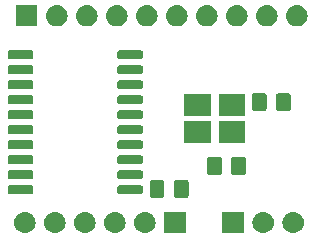
<source format=gbr>
G04 #@! TF.GenerationSoftware,KiCad,Pcbnew,5.1.2-f72e74a~84~ubuntu18.04.1*
G04 #@! TF.CreationDate,2019-06-19T19:18:17+07:00*
G04 #@! TF.ProjectId,serial_matrix_keyboard_shild,73657269-616c-45f6-9d61-747269785f6b,rev?*
G04 #@! TF.SameCoordinates,Original*
G04 #@! TF.FileFunction,Soldermask,Top*
G04 #@! TF.FilePolarity,Negative*
%FSLAX46Y46*%
G04 Gerber Fmt 4.6, Leading zero omitted, Abs format (unit mm)*
G04 Created by KiCad (PCBNEW 5.1.2-f72e74a~84~ubuntu18.04.1) date 2019-06-19 19:18:17*
%MOMM*%
%LPD*%
G04 APERTURE LIST*
%ADD10C,0.020000*%
G04 APERTURE END LIST*
D10*
G36*
X221950443Y-103605519D02*
G01*
X222016627Y-103612037D01*
X222186466Y-103663557D01*
X222342991Y-103747222D01*
X222378729Y-103776552D01*
X222480186Y-103859814D01*
X222563448Y-103961271D01*
X222592778Y-103997009D01*
X222676443Y-104153534D01*
X222727963Y-104323373D01*
X222745359Y-104500000D01*
X222727963Y-104676627D01*
X222676443Y-104846466D01*
X222592778Y-105002991D01*
X222563448Y-105038729D01*
X222480186Y-105140186D01*
X222378729Y-105223448D01*
X222342991Y-105252778D01*
X222186466Y-105336443D01*
X222016627Y-105387963D01*
X221950443Y-105394481D01*
X221884260Y-105401000D01*
X221795740Y-105401000D01*
X221729557Y-105394481D01*
X221663373Y-105387963D01*
X221493534Y-105336443D01*
X221337009Y-105252778D01*
X221301271Y-105223448D01*
X221199814Y-105140186D01*
X221116552Y-105038729D01*
X221087222Y-105002991D01*
X221003557Y-104846466D01*
X220952037Y-104676627D01*
X220934641Y-104500000D01*
X220952037Y-104323373D01*
X221003557Y-104153534D01*
X221087222Y-103997009D01*
X221116552Y-103961271D01*
X221199814Y-103859814D01*
X221301271Y-103776552D01*
X221337009Y-103747222D01*
X221493534Y-103663557D01*
X221663373Y-103612037D01*
X221729558Y-103605518D01*
X221795740Y-103599000D01*
X221884260Y-103599000D01*
X221950443Y-103605519D01*
X221950443Y-103605519D01*
G37*
G36*
X201790443Y-103605519D02*
G01*
X201856627Y-103612037D01*
X202026466Y-103663557D01*
X202182991Y-103747222D01*
X202218729Y-103776552D01*
X202320186Y-103859814D01*
X202403448Y-103961271D01*
X202432778Y-103997009D01*
X202516443Y-104153534D01*
X202567963Y-104323373D01*
X202585359Y-104500000D01*
X202567963Y-104676627D01*
X202516443Y-104846466D01*
X202432778Y-105002991D01*
X202403448Y-105038729D01*
X202320186Y-105140186D01*
X202218729Y-105223448D01*
X202182991Y-105252778D01*
X202026466Y-105336443D01*
X201856627Y-105387963D01*
X201790443Y-105394481D01*
X201724260Y-105401000D01*
X201635740Y-105401000D01*
X201569557Y-105394481D01*
X201503373Y-105387963D01*
X201333534Y-105336443D01*
X201177009Y-105252778D01*
X201141271Y-105223448D01*
X201039814Y-105140186D01*
X200956552Y-105038729D01*
X200927222Y-105002991D01*
X200843557Y-104846466D01*
X200792037Y-104676627D01*
X200774641Y-104500000D01*
X200792037Y-104323373D01*
X200843557Y-104153534D01*
X200927222Y-103997009D01*
X200956552Y-103961271D01*
X201039814Y-103859814D01*
X201141271Y-103776552D01*
X201177009Y-103747222D01*
X201333534Y-103663557D01*
X201503373Y-103612037D01*
X201569558Y-103605518D01*
X201635740Y-103599000D01*
X201724260Y-103599000D01*
X201790443Y-103605519D01*
X201790443Y-103605519D01*
G37*
G36*
X199250443Y-103605519D02*
G01*
X199316627Y-103612037D01*
X199486466Y-103663557D01*
X199642991Y-103747222D01*
X199678729Y-103776552D01*
X199780186Y-103859814D01*
X199863448Y-103961271D01*
X199892778Y-103997009D01*
X199976443Y-104153534D01*
X200027963Y-104323373D01*
X200045359Y-104500000D01*
X200027963Y-104676627D01*
X199976443Y-104846466D01*
X199892778Y-105002991D01*
X199863448Y-105038729D01*
X199780186Y-105140186D01*
X199678729Y-105223448D01*
X199642991Y-105252778D01*
X199486466Y-105336443D01*
X199316627Y-105387963D01*
X199250443Y-105394481D01*
X199184260Y-105401000D01*
X199095740Y-105401000D01*
X199029557Y-105394481D01*
X198963373Y-105387963D01*
X198793534Y-105336443D01*
X198637009Y-105252778D01*
X198601271Y-105223448D01*
X198499814Y-105140186D01*
X198416552Y-105038729D01*
X198387222Y-105002991D01*
X198303557Y-104846466D01*
X198252037Y-104676627D01*
X198234641Y-104500000D01*
X198252037Y-104323373D01*
X198303557Y-104153534D01*
X198387222Y-103997009D01*
X198416552Y-103961271D01*
X198499814Y-103859814D01*
X198601271Y-103776552D01*
X198637009Y-103747222D01*
X198793534Y-103663557D01*
X198963373Y-103612037D01*
X199029558Y-103605518D01*
X199095740Y-103599000D01*
X199184260Y-103599000D01*
X199250443Y-103605519D01*
X199250443Y-103605519D01*
G37*
G36*
X204330443Y-103605519D02*
G01*
X204396627Y-103612037D01*
X204566466Y-103663557D01*
X204722991Y-103747222D01*
X204758729Y-103776552D01*
X204860186Y-103859814D01*
X204943448Y-103961271D01*
X204972778Y-103997009D01*
X205056443Y-104153534D01*
X205107963Y-104323373D01*
X205125359Y-104500000D01*
X205107963Y-104676627D01*
X205056443Y-104846466D01*
X204972778Y-105002991D01*
X204943448Y-105038729D01*
X204860186Y-105140186D01*
X204758729Y-105223448D01*
X204722991Y-105252778D01*
X204566466Y-105336443D01*
X204396627Y-105387963D01*
X204330443Y-105394481D01*
X204264260Y-105401000D01*
X204175740Y-105401000D01*
X204109557Y-105394481D01*
X204043373Y-105387963D01*
X203873534Y-105336443D01*
X203717009Y-105252778D01*
X203681271Y-105223448D01*
X203579814Y-105140186D01*
X203496552Y-105038729D01*
X203467222Y-105002991D01*
X203383557Y-104846466D01*
X203332037Y-104676627D01*
X203314641Y-104500000D01*
X203332037Y-104323373D01*
X203383557Y-104153534D01*
X203467222Y-103997009D01*
X203496552Y-103961271D01*
X203579814Y-103859814D01*
X203681271Y-103776552D01*
X203717009Y-103747222D01*
X203873534Y-103663557D01*
X204043373Y-103612037D01*
X204109558Y-103605518D01*
X204175740Y-103599000D01*
X204264260Y-103599000D01*
X204330443Y-103605519D01*
X204330443Y-103605519D01*
G37*
G36*
X206870443Y-103605519D02*
G01*
X206936627Y-103612037D01*
X207106466Y-103663557D01*
X207262991Y-103747222D01*
X207298729Y-103776552D01*
X207400186Y-103859814D01*
X207483448Y-103961271D01*
X207512778Y-103997009D01*
X207596443Y-104153534D01*
X207647963Y-104323373D01*
X207665359Y-104500000D01*
X207647963Y-104676627D01*
X207596443Y-104846466D01*
X207512778Y-105002991D01*
X207483448Y-105038729D01*
X207400186Y-105140186D01*
X207298729Y-105223448D01*
X207262991Y-105252778D01*
X207106466Y-105336443D01*
X206936627Y-105387963D01*
X206870443Y-105394481D01*
X206804260Y-105401000D01*
X206715740Y-105401000D01*
X206649557Y-105394481D01*
X206583373Y-105387963D01*
X206413534Y-105336443D01*
X206257009Y-105252778D01*
X206221271Y-105223448D01*
X206119814Y-105140186D01*
X206036552Y-105038729D01*
X206007222Y-105002991D01*
X205923557Y-104846466D01*
X205872037Y-104676627D01*
X205854641Y-104500000D01*
X205872037Y-104323373D01*
X205923557Y-104153534D01*
X206007222Y-103997009D01*
X206036552Y-103961271D01*
X206119814Y-103859814D01*
X206221271Y-103776552D01*
X206257009Y-103747222D01*
X206413534Y-103663557D01*
X206583373Y-103612037D01*
X206649558Y-103605518D01*
X206715740Y-103599000D01*
X206804260Y-103599000D01*
X206870443Y-103605519D01*
X206870443Y-103605519D01*
G37*
G36*
X212741000Y-105401000D02*
G01*
X210939000Y-105401000D01*
X210939000Y-103599000D01*
X212741000Y-103599000D01*
X212741000Y-105401000D01*
X212741000Y-105401000D01*
G37*
G36*
X219410443Y-103605519D02*
G01*
X219476627Y-103612037D01*
X219646466Y-103663557D01*
X219802991Y-103747222D01*
X219838729Y-103776552D01*
X219940186Y-103859814D01*
X220023448Y-103961271D01*
X220052778Y-103997009D01*
X220136443Y-104153534D01*
X220187963Y-104323373D01*
X220205359Y-104500000D01*
X220187963Y-104676627D01*
X220136443Y-104846466D01*
X220052778Y-105002991D01*
X220023448Y-105038729D01*
X219940186Y-105140186D01*
X219838729Y-105223448D01*
X219802991Y-105252778D01*
X219646466Y-105336443D01*
X219476627Y-105387963D01*
X219410443Y-105394481D01*
X219344260Y-105401000D01*
X219255740Y-105401000D01*
X219189557Y-105394481D01*
X219123373Y-105387963D01*
X218953534Y-105336443D01*
X218797009Y-105252778D01*
X218761271Y-105223448D01*
X218659814Y-105140186D01*
X218576552Y-105038729D01*
X218547222Y-105002991D01*
X218463557Y-104846466D01*
X218412037Y-104676627D01*
X218394641Y-104500000D01*
X218412037Y-104323373D01*
X218463557Y-104153534D01*
X218547222Y-103997009D01*
X218576552Y-103961271D01*
X218659814Y-103859814D01*
X218761271Y-103776552D01*
X218797009Y-103747222D01*
X218953534Y-103663557D01*
X219123373Y-103612037D01*
X219189558Y-103605518D01*
X219255740Y-103599000D01*
X219344260Y-103599000D01*
X219410443Y-103605519D01*
X219410443Y-103605519D01*
G37*
G36*
X217661000Y-105401000D02*
G01*
X215859000Y-105401000D01*
X215859000Y-103599000D01*
X217661000Y-103599000D01*
X217661000Y-105401000D01*
X217661000Y-105401000D01*
G37*
G36*
X209410443Y-103605519D02*
G01*
X209476627Y-103612037D01*
X209646466Y-103663557D01*
X209802991Y-103747222D01*
X209838729Y-103776552D01*
X209940186Y-103859814D01*
X210023448Y-103961271D01*
X210052778Y-103997009D01*
X210136443Y-104153534D01*
X210187963Y-104323373D01*
X210205359Y-104500000D01*
X210187963Y-104676627D01*
X210136443Y-104846466D01*
X210052778Y-105002991D01*
X210023448Y-105038729D01*
X209940186Y-105140186D01*
X209838729Y-105223448D01*
X209802991Y-105252778D01*
X209646466Y-105336443D01*
X209476627Y-105387963D01*
X209410443Y-105394481D01*
X209344260Y-105401000D01*
X209255740Y-105401000D01*
X209189557Y-105394481D01*
X209123373Y-105387963D01*
X208953534Y-105336443D01*
X208797009Y-105252778D01*
X208761271Y-105223448D01*
X208659814Y-105140186D01*
X208576552Y-105038729D01*
X208547222Y-105002991D01*
X208463557Y-104846466D01*
X208412037Y-104676627D01*
X208394641Y-104500000D01*
X208412037Y-104323373D01*
X208463557Y-104153534D01*
X208547222Y-103997009D01*
X208576552Y-103961271D01*
X208659814Y-103859814D01*
X208761271Y-103776552D01*
X208797009Y-103747222D01*
X208953534Y-103663557D01*
X209123373Y-103612037D01*
X209189558Y-103605518D01*
X209255740Y-103599000D01*
X209344260Y-103599000D01*
X209410443Y-103605519D01*
X209410443Y-103605519D01*
G37*
G36*
X210788674Y-100903465D02*
G01*
X210826367Y-100914899D01*
X210861103Y-100933466D01*
X210891548Y-100958452D01*
X210916534Y-100988897D01*
X210935101Y-101023633D01*
X210946535Y-101061326D01*
X210951000Y-101106661D01*
X210951000Y-102193339D01*
X210946535Y-102238674D01*
X210935101Y-102276367D01*
X210916534Y-102311103D01*
X210891548Y-102341548D01*
X210861103Y-102366534D01*
X210826367Y-102385101D01*
X210788674Y-102396535D01*
X210743339Y-102401000D01*
X209906661Y-102401000D01*
X209861326Y-102396535D01*
X209823633Y-102385101D01*
X209788897Y-102366534D01*
X209758452Y-102341548D01*
X209733466Y-102311103D01*
X209714899Y-102276367D01*
X209703465Y-102238674D01*
X209699000Y-102193339D01*
X209699000Y-101106661D01*
X209703465Y-101061326D01*
X209714899Y-101023633D01*
X209733466Y-100988897D01*
X209758452Y-100958452D01*
X209788897Y-100933466D01*
X209823633Y-100914899D01*
X209861326Y-100903465D01*
X209906661Y-100899000D01*
X210743339Y-100899000D01*
X210788674Y-100903465D01*
X210788674Y-100903465D01*
G37*
G36*
X212838674Y-100903465D02*
G01*
X212876367Y-100914899D01*
X212911103Y-100933466D01*
X212941548Y-100958452D01*
X212966534Y-100988897D01*
X212985101Y-101023633D01*
X212996535Y-101061326D01*
X213001000Y-101106661D01*
X213001000Y-102193339D01*
X212996535Y-102238674D01*
X212985101Y-102276367D01*
X212966534Y-102311103D01*
X212941548Y-102341548D01*
X212911103Y-102366534D01*
X212876367Y-102385101D01*
X212838674Y-102396535D01*
X212793339Y-102401000D01*
X211956661Y-102401000D01*
X211911326Y-102396535D01*
X211873633Y-102385101D01*
X211838897Y-102366534D01*
X211808452Y-102341548D01*
X211783466Y-102311103D01*
X211764899Y-102276367D01*
X211753465Y-102238674D01*
X211749000Y-102193339D01*
X211749000Y-101106661D01*
X211753465Y-101061326D01*
X211764899Y-101023633D01*
X211783466Y-100988897D01*
X211808452Y-100958452D01*
X211838897Y-100933466D01*
X211873633Y-100914899D01*
X211911326Y-100903465D01*
X211956661Y-100899000D01*
X212793339Y-100899000D01*
X212838674Y-100903465D01*
X212838674Y-100903465D01*
G37*
G36*
X209034928Y-101366764D02*
G01*
X209056009Y-101373160D01*
X209075445Y-101383548D01*
X209092476Y-101397524D01*
X209106452Y-101414555D01*
X209116840Y-101433991D01*
X209123236Y-101455072D01*
X209126000Y-101483140D01*
X209126000Y-101946860D01*
X209123236Y-101974928D01*
X209116840Y-101996009D01*
X209106452Y-102015445D01*
X209092476Y-102032476D01*
X209075445Y-102046452D01*
X209056009Y-102056840D01*
X209034928Y-102063236D01*
X209006860Y-102066000D01*
X207093140Y-102066000D01*
X207065072Y-102063236D01*
X207043991Y-102056840D01*
X207024555Y-102046452D01*
X207007524Y-102032476D01*
X206993548Y-102015445D01*
X206983160Y-101996009D01*
X206976764Y-101974928D01*
X206974000Y-101946860D01*
X206974000Y-101483140D01*
X206976764Y-101455072D01*
X206983160Y-101433991D01*
X206993548Y-101414555D01*
X207007524Y-101397524D01*
X207024555Y-101383548D01*
X207043991Y-101373160D01*
X207065072Y-101366764D01*
X207093140Y-101364000D01*
X209006860Y-101364000D01*
X209034928Y-101366764D01*
X209034928Y-101366764D01*
G37*
G36*
X199734928Y-101366764D02*
G01*
X199756009Y-101373160D01*
X199775445Y-101383548D01*
X199792476Y-101397524D01*
X199806452Y-101414555D01*
X199816840Y-101433991D01*
X199823236Y-101455072D01*
X199826000Y-101483140D01*
X199826000Y-101946860D01*
X199823236Y-101974928D01*
X199816840Y-101996009D01*
X199806452Y-102015445D01*
X199792476Y-102032476D01*
X199775445Y-102046452D01*
X199756009Y-102056840D01*
X199734928Y-102063236D01*
X199706860Y-102066000D01*
X197793140Y-102066000D01*
X197765072Y-102063236D01*
X197743991Y-102056840D01*
X197724555Y-102046452D01*
X197707524Y-102032476D01*
X197693548Y-102015445D01*
X197683160Y-101996009D01*
X197676764Y-101974928D01*
X197674000Y-101946860D01*
X197674000Y-101483140D01*
X197676764Y-101455072D01*
X197683160Y-101433991D01*
X197693548Y-101414555D01*
X197707524Y-101397524D01*
X197724555Y-101383548D01*
X197743991Y-101373160D01*
X197765072Y-101366764D01*
X197793140Y-101364000D01*
X199706860Y-101364000D01*
X199734928Y-101366764D01*
X199734928Y-101366764D01*
G37*
G36*
X199734928Y-100096764D02*
G01*
X199756009Y-100103160D01*
X199775445Y-100113548D01*
X199792476Y-100127524D01*
X199806452Y-100144555D01*
X199816840Y-100163991D01*
X199823236Y-100185072D01*
X199826000Y-100213140D01*
X199826000Y-100676860D01*
X199823236Y-100704928D01*
X199816840Y-100726009D01*
X199806452Y-100745445D01*
X199792476Y-100762476D01*
X199775445Y-100776452D01*
X199756009Y-100786840D01*
X199734928Y-100793236D01*
X199706860Y-100796000D01*
X197793140Y-100796000D01*
X197765072Y-100793236D01*
X197743991Y-100786840D01*
X197724555Y-100776452D01*
X197707524Y-100762476D01*
X197693548Y-100745445D01*
X197683160Y-100726009D01*
X197676764Y-100704928D01*
X197674000Y-100676860D01*
X197674000Y-100213140D01*
X197676764Y-100185072D01*
X197683160Y-100163991D01*
X197693548Y-100144555D01*
X197707524Y-100127524D01*
X197724555Y-100113548D01*
X197743991Y-100103160D01*
X197765072Y-100096764D01*
X197793140Y-100094000D01*
X199706860Y-100094000D01*
X199734928Y-100096764D01*
X199734928Y-100096764D01*
G37*
G36*
X209034928Y-100096764D02*
G01*
X209056009Y-100103160D01*
X209075445Y-100113548D01*
X209092476Y-100127524D01*
X209106452Y-100144555D01*
X209116840Y-100163991D01*
X209123236Y-100185072D01*
X209126000Y-100213140D01*
X209126000Y-100676860D01*
X209123236Y-100704928D01*
X209116840Y-100726009D01*
X209106452Y-100745445D01*
X209092476Y-100762476D01*
X209075445Y-100776452D01*
X209056009Y-100786840D01*
X209034928Y-100793236D01*
X209006860Y-100796000D01*
X207093140Y-100796000D01*
X207065072Y-100793236D01*
X207043991Y-100786840D01*
X207024555Y-100776452D01*
X207007524Y-100762476D01*
X206993548Y-100745445D01*
X206983160Y-100726009D01*
X206976764Y-100704928D01*
X206974000Y-100676860D01*
X206974000Y-100213140D01*
X206976764Y-100185072D01*
X206983160Y-100163991D01*
X206993548Y-100144555D01*
X207007524Y-100127524D01*
X207024555Y-100113548D01*
X207043991Y-100103160D01*
X207065072Y-100096764D01*
X207093140Y-100094000D01*
X209006860Y-100094000D01*
X209034928Y-100096764D01*
X209034928Y-100096764D01*
G37*
G36*
X217688674Y-98953465D02*
G01*
X217726367Y-98964899D01*
X217761103Y-98983466D01*
X217791548Y-99008452D01*
X217816534Y-99038897D01*
X217835101Y-99073633D01*
X217846535Y-99111326D01*
X217851000Y-99156661D01*
X217851000Y-100243339D01*
X217846535Y-100288674D01*
X217835101Y-100326367D01*
X217816534Y-100361103D01*
X217791548Y-100391548D01*
X217761103Y-100416534D01*
X217726367Y-100435101D01*
X217688674Y-100446535D01*
X217643339Y-100451000D01*
X216806661Y-100451000D01*
X216761326Y-100446535D01*
X216723633Y-100435101D01*
X216688897Y-100416534D01*
X216658452Y-100391548D01*
X216633466Y-100361103D01*
X216614899Y-100326367D01*
X216603465Y-100288674D01*
X216599000Y-100243339D01*
X216599000Y-99156661D01*
X216603465Y-99111326D01*
X216614899Y-99073633D01*
X216633466Y-99038897D01*
X216658452Y-99008452D01*
X216688897Y-98983466D01*
X216723633Y-98964899D01*
X216761326Y-98953465D01*
X216806661Y-98949000D01*
X217643339Y-98949000D01*
X217688674Y-98953465D01*
X217688674Y-98953465D01*
G37*
G36*
X215638674Y-98953465D02*
G01*
X215676367Y-98964899D01*
X215711103Y-98983466D01*
X215741548Y-99008452D01*
X215766534Y-99038897D01*
X215785101Y-99073633D01*
X215796535Y-99111326D01*
X215801000Y-99156661D01*
X215801000Y-100243339D01*
X215796535Y-100288674D01*
X215785101Y-100326367D01*
X215766534Y-100361103D01*
X215741548Y-100391548D01*
X215711103Y-100416534D01*
X215676367Y-100435101D01*
X215638674Y-100446535D01*
X215593339Y-100451000D01*
X214756661Y-100451000D01*
X214711326Y-100446535D01*
X214673633Y-100435101D01*
X214638897Y-100416534D01*
X214608452Y-100391548D01*
X214583466Y-100361103D01*
X214564899Y-100326367D01*
X214553465Y-100288674D01*
X214549000Y-100243339D01*
X214549000Y-99156661D01*
X214553465Y-99111326D01*
X214564899Y-99073633D01*
X214583466Y-99038897D01*
X214608452Y-99008452D01*
X214638897Y-98983466D01*
X214673633Y-98964899D01*
X214711326Y-98953465D01*
X214756661Y-98949000D01*
X215593339Y-98949000D01*
X215638674Y-98953465D01*
X215638674Y-98953465D01*
G37*
G36*
X209034928Y-98826764D02*
G01*
X209056009Y-98833160D01*
X209075445Y-98843548D01*
X209092476Y-98857524D01*
X209106452Y-98874555D01*
X209116840Y-98893991D01*
X209123236Y-98915072D01*
X209126000Y-98943140D01*
X209126000Y-99406860D01*
X209123236Y-99434928D01*
X209116840Y-99456009D01*
X209106452Y-99475445D01*
X209092476Y-99492476D01*
X209075445Y-99506452D01*
X209056009Y-99516840D01*
X209034928Y-99523236D01*
X209006860Y-99526000D01*
X207093140Y-99526000D01*
X207065072Y-99523236D01*
X207043991Y-99516840D01*
X207024555Y-99506452D01*
X207007524Y-99492476D01*
X206993548Y-99475445D01*
X206983160Y-99456009D01*
X206976764Y-99434928D01*
X206974000Y-99406860D01*
X206974000Y-98943140D01*
X206976764Y-98915072D01*
X206983160Y-98893991D01*
X206993548Y-98874555D01*
X207007524Y-98857524D01*
X207024555Y-98843548D01*
X207043991Y-98833160D01*
X207065072Y-98826764D01*
X207093140Y-98824000D01*
X209006860Y-98824000D01*
X209034928Y-98826764D01*
X209034928Y-98826764D01*
G37*
G36*
X199734928Y-98826764D02*
G01*
X199756009Y-98833160D01*
X199775445Y-98843548D01*
X199792476Y-98857524D01*
X199806452Y-98874555D01*
X199816840Y-98893991D01*
X199823236Y-98915072D01*
X199826000Y-98943140D01*
X199826000Y-99406860D01*
X199823236Y-99434928D01*
X199816840Y-99456009D01*
X199806452Y-99475445D01*
X199792476Y-99492476D01*
X199775445Y-99506452D01*
X199756009Y-99516840D01*
X199734928Y-99523236D01*
X199706860Y-99526000D01*
X197793140Y-99526000D01*
X197765072Y-99523236D01*
X197743991Y-99516840D01*
X197724555Y-99506452D01*
X197707524Y-99492476D01*
X197693548Y-99475445D01*
X197683160Y-99456009D01*
X197676764Y-99434928D01*
X197674000Y-99406860D01*
X197674000Y-98943140D01*
X197676764Y-98915072D01*
X197683160Y-98893991D01*
X197693548Y-98874555D01*
X197707524Y-98857524D01*
X197724555Y-98843548D01*
X197743991Y-98833160D01*
X197765072Y-98826764D01*
X197793140Y-98824000D01*
X199706860Y-98824000D01*
X199734928Y-98826764D01*
X199734928Y-98826764D01*
G37*
G36*
X209034928Y-97556764D02*
G01*
X209056009Y-97563160D01*
X209075445Y-97573548D01*
X209092476Y-97587524D01*
X209106452Y-97604555D01*
X209116840Y-97623991D01*
X209123236Y-97645072D01*
X209126000Y-97673140D01*
X209126000Y-98136860D01*
X209123236Y-98164928D01*
X209116840Y-98186009D01*
X209106452Y-98205445D01*
X209092476Y-98222476D01*
X209075445Y-98236452D01*
X209056009Y-98246840D01*
X209034928Y-98253236D01*
X209006860Y-98256000D01*
X207093140Y-98256000D01*
X207065072Y-98253236D01*
X207043991Y-98246840D01*
X207024555Y-98236452D01*
X207007524Y-98222476D01*
X206993548Y-98205445D01*
X206983160Y-98186009D01*
X206976764Y-98164928D01*
X206974000Y-98136860D01*
X206974000Y-97673140D01*
X206976764Y-97645072D01*
X206983160Y-97623991D01*
X206993548Y-97604555D01*
X207007524Y-97587524D01*
X207024555Y-97573548D01*
X207043991Y-97563160D01*
X207065072Y-97556764D01*
X207093140Y-97554000D01*
X209006860Y-97554000D01*
X209034928Y-97556764D01*
X209034928Y-97556764D01*
G37*
G36*
X199734928Y-97556764D02*
G01*
X199756009Y-97563160D01*
X199775445Y-97573548D01*
X199792476Y-97587524D01*
X199806452Y-97604555D01*
X199816840Y-97623991D01*
X199823236Y-97645072D01*
X199826000Y-97673140D01*
X199826000Y-98136860D01*
X199823236Y-98164928D01*
X199816840Y-98186009D01*
X199806452Y-98205445D01*
X199792476Y-98222476D01*
X199775445Y-98236452D01*
X199756009Y-98246840D01*
X199734928Y-98253236D01*
X199706860Y-98256000D01*
X197793140Y-98256000D01*
X197765072Y-98253236D01*
X197743991Y-98246840D01*
X197724555Y-98236452D01*
X197707524Y-98222476D01*
X197693548Y-98205445D01*
X197683160Y-98186009D01*
X197676764Y-98164928D01*
X197674000Y-98136860D01*
X197674000Y-97673140D01*
X197676764Y-97645072D01*
X197683160Y-97623991D01*
X197693548Y-97604555D01*
X197707524Y-97587524D01*
X197724555Y-97573548D01*
X197743991Y-97563160D01*
X197765072Y-97556764D01*
X197793140Y-97554000D01*
X199706860Y-97554000D01*
X199734928Y-97556764D01*
X199734928Y-97556764D01*
G37*
G36*
X217751000Y-97801000D02*
G01*
X215549000Y-97801000D01*
X215549000Y-95899000D01*
X217751000Y-95899000D01*
X217751000Y-97801000D01*
X217751000Y-97801000D01*
G37*
G36*
X214851000Y-97801000D02*
G01*
X212649000Y-97801000D01*
X212649000Y-95899000D01*
X214851000Y-95899000D01*
X214851000Y-97801000D01*
X214851000Y-97801000D01*
G37*
G36*
X209034928Y-96286764D02*
G01*
X209056009Y-96293160D01*
X209075445Y-96303548D01*
X209092476Y-96317524D01*
X209106452Y-96334555D01*
X209116840Y-96353991D01*
X209123236Y-96375072D01*
X209126000Y-96403140D01*
X209126000Y-96866860D01*
X209123236Y-96894928D01*
X209116840Y-96916009D01*
X209106452Y-96935445D01*
X209092476Y-96952476D01*
X209075445Y-96966452D01*
X209056009Y-96976840D01*
X209034928Y-96983236D01*
X209006860Y-96986000D01*
X207093140Y-96986000D01*
X207065072Y-96983236D01*
X207043991Y-96976840D01*
X207024555Y-96966452D01*
X207007524Y-96952476D01*
X206993548Y-96935445D01*
X206983160Y-96916009D01*
X206976764Y-96894928D01*
X206974000Y-96866860D01*
X206974000Y-96403140D01*
X206976764Y-96375072D01*
X206983160Y-96353991D01*
X206993548Y-96334555D01*
X207007524Y-96317524D01*
X207024555Y-96303548D01*
X207043991Y-96293160D01*
X207065072Y-96286764D01*
X207093140Y-96284000D01*
X209006860Y-96284000D01*
X209034928Y-96286764D01*
X209034928Y-96286764D01*
G37*
G36*
X199734928Y-96286764D02*
G01*
X199756009Y-96293160D01*
X199775445Y-96303548D01*
X199792476Y-96317524D01*
X199806452Y-96334555D01*
X199816840Y-96353991D01*
X199823236Y-96375072D01*
X199826000Y-96403140D01*
X199826000Y-96866860D01*
X199823236Y-96894928D01*
X199816840Y-96916009D01*
X199806452Y-96935445D01*
X199792476Y-96952476D01*
X199775445Y-96966452D01*
X199756009Y-96976840D01*
X199734928Y-96983236D01*
X199706860Y-96986000D01*
X197793140Y-96986000D01*
X197765072Y-96983236D01*
X197743991Y-96976840D01*
X197724555Y-96966452D01*
X197707524Y-96952476D01*
X197693548Y-96935445D01*
X197683160Y-96916009D01*
X197676764Y-96894928D01*
X197674000Y-96866860D01*
X197674000Y-96403140D01*
X197676764Y-96375072D01*
X197683160Y-96353991D01*
X197693548Y-96334555D01*
X197707524Y-96317524D01*
X197724555Y-96303548D01*
X197743991Y-96293160D01*
X197765072Y-96286764D01*
X197793140Y-96284000D01*
X199706860Y-96284000D01*
X199734928Y-96286764D01*
X199734928Y-96286764D01*
G37*
G36*
X199734928Y-95016764D02*
G01*
X199756009Y-95023160D01*
X199775445Y-95033548D01*
X199792476Y-95047524D01*
X199806452Y-95064555D01*
X199816840Y-95083991D01*
X199823236Y-95105072D01*
X199826000Y-95133140D01*
X199826000Y-95596860D01*
X199823236Y-95624928D01*
X199816840Y-95646009D01*
X199806452Y-95665445D01*
X199792476Y-95682476D01*
X199775445Y-95696452D01*
X199756009Y-95706840D01*
X199734928Y-95713236D01*
X199706860Y-95716000D01*
X197793140Y-95716000D01*
X197765072Y-95713236D01*
X197743991Y-95706840D01*
X197724555Y-95696452D01*
X197707524Y-95682476D01*
X197693548Y-95665445D01*
X197683160Y-95646009D01*
X197676764Y-95624928D01*
X197674000Y-95596860D01*
X197674000Y-95133140D01*
X197676764Y-95105072D01*
X197683160Y-95083991D01*
X197693548Y-95064555D01*
X197707524Y-95047524D01*
X197724555Y-95033548D01*
X197743991Y-95023160D01*
X197765072Y-95016764D01*
X197793140Y-95014000D01*
X199706860Y-95014000D01*
X199734928Y-95016764D01*
X199734928Y-95016764D01*
G37*
G36*
X209034928Y-95016764D02*
G01*
X209056009Y-95023160D01*
X209075445Y-95033548D01*
X209092476Y-95047524D01*
X209106452Y-95064555D01*
X209116840Y-95083991D01*
X209123236Y-95105072D01*
X209126000Y-95133140D01*
X209126000Y-95596860D01*
X209123236Y-95624928D01*
X209116840Y-95646009D01*
X209106452Y-95665445D01*
X209092476Y-95682476D01*
X209075445Y-95696452D01*
X209056009Y-95706840D01*
X209034928Y-95713236D01*
X209006860Y-95716000D01*
X207093140Y-95716000D01*
X207065072Y-95713236D01*
X207043991Y-95706840D01*
X207024555Y-95696452D01*
X207007524Y-95682476D01*
X206993548Y-95665445D01*
X206983160Y-95646009D01*
X206976764Y-95624928D01*
X206974000Y-95596860D01*
X206974000Y-95133140D01*
X206976764Y-95105072D01*
X206983160Y-95083991D01*
X206993548Y-95064555D01*
X207007524Y-95047524D01*
X207024555Y-95033548D01*
X207043991Y-95023160D01*
X207065072Y-95016764D01*
X207093140Y-95014000D01*
X209006860Y-95014000D01*
X209034928Y-95016764D01*
X209034928Y-95016764D01*
G37*
G36*
X217751000Y-95501000D02*
G01*
X215549000Y-95501000D01*
X215549000Y-93599000D01*
X217751000Y-93599000D01*
X217751000Y-95501000D01*
X217751000Y-95501000D01*
G37*
G36*
X214851000Y-95501000D02*
G01*
X212649000Y-95501000D01*
X212649000Y-93599000D01*
X214851000Y-93599000D01*
X214851000Y-95501000D01*
X214851000Y-95501000D01*
G37*
G36*
X219438674Y-93553465D02*
G01*
X219476367Y-93564899D01*
X219511103Y-93583466D01*
X219541548Y-93608452D01*
X219566534Y-93638897D01*
X219585101Y-93673633D01*
X219596535Y-93711326D01*
X219601000Y-93756661D01*
X219601000Y-94843339D01*
X219596535Y-94888674D01*
X219585101Y-94926367D01*
X219566534Y-94961103D01*
X219541548Y-94991548D01*
X219511103Y-95016534D01*
X219476367Y-95035101D01*
X219438674Y-95046535D01*
X219393339Y-95051000D01*
X218556661Y-95051000D01*
X218511326Y-95046535D01*
X218473633Y-95035101D01*
X218438897Y-95016534D01*
X218408452Y-94991548D01*
X218383466Y-94961103D01*
X218364899Y-94926367D01*
X218353465Y-94888674D01*
X218349000Y-94843339D01*
X218349000Y-93756661D01*
X218353465Y-93711326D01*
X218364899Y-93673633D01*
X218383466Y-93638897D01*
X218408452Y-93608452D01*
X218438897Y-93583466D01*
X218473633Y-93564899D01*
X218511326Y-93553465D01*
X218556661Y-93549000D01*
X219393339Y-93549000D01*
X219438674Y-93553465D01*
X219438674Y-93553465D01*
G37*
G36*
X221488674Y-93553465D02*
G01*
X221526367Y-93564899D01*
X221561103Y-93583466D01*
X221591548Y-93608452D01*
X221616534Y-93638897D01*
X221635101Y-93673633D01*
X221646535Y-93711326D01*
X221651000Y-93756661D01*
X221651000Y-94843339D01*
X221646535Y-94888674D01*
X221635101Y-94926367D01*
X221616534Y-94961103D01*
X221591548Y-94991548D01*
X221561103Y-95016534D01*
X221526367Y-95035101D01*
X221488674Y-95046535D01*
X221443339Y-95051000D01*
X220606661Y-95051000D01*
X220561326Y-95046535D01*
X220523633Y-95035101D01*
X220488897Y-95016534D01*
X220458452Y-94991548D01*
X220433466Y-94961103D01*
X220414899Y-94926367D01*
X220403465Y-94888674D01*
X220399000Y-94843339D01*
X220399000Y-93756661D01*
X220403465Y-93711326D01*
X220414899Y-93673633D01*
X220433466Y-93638897D01*
X220458452Y-93608452D01*
X220488897Y-93583466D01*
X220523633Y-93564899D01*
X220561326Y-93553465D01*
X220606661Y-93549000D01*
X221443339Y-93549000D01*
X221488674Y-93553465D01*
X221488674Y-93553465D01*
G37*
G36*
X199734928Y-93746764D02*
G01*
X199756009Y-93753160D01*
X199775445Y-93763548D01*
X199792476Y-93777524D01*
X199806452Y-93794555D01*
X199816840Y-93813991D01*
X199823236Y-93835072D01*
X199826000Y-93863140D01*
X199826000Y-94326860D01*
X199823236Y-94354928D01*
X199816840Y-94376009D01*
X199806452Y-94395445D01*
X199792476Y-94412476D01*
X199775445Y-94426452D01*
X199756009Y-94436840D01*
X199734928Y-94443236D01*
X199706860Y-94446000D01*
X197793140Y-94446000D01*
X197765072Y-94443236D01*
X197743991Y-94436840D01*
X197724555Y-94426452D01*
X197707524Y-94412476D01*
X197693548Y-94395445D01*
X197683160Y-94376009D01*
X197676764Y-94354928D01*
X197674000Y-94326860D01*
X197674000Y-93863140D01*
X197676764Y-93835072D01*
X197683160Y-93813991D01*
X197693548Y-93794555D01*
X197707524Y-93777524D01*
X197724555Y-93763548D01*
X197743991Y-93753160D01*
X197765072Y-93746764D01*
X197793140Y-93744000D01*
X199706860Y-93744000D01*
X199734928Y-93746764D01*
X199734928Y-93746764D01*
G37*
G36*
X209034928Y-93746764D02*
G01*
X209056009Y-93753160D01*
X209075445Y-93763548D01*
X209092476Y-93777524D01*
X209106452Y-93794555D01*
X209116840Y-93813991D01*
X209123236Y-93835072D01*
X209126000Y-93863140D01*
X209126000Y-94326860D01*
X209123236Y-94354928D01*
X209116840Y-94376009D01*
X209106452Y-94395445D01*
X209092476Y-94412476D01*
X209075445Y-94426452D01*
X209056009Y-94436840D01*
X209034928Y-94443236D01*
X209006860Y-94446000D01*
X207093140Y-94446000D01*
X207065072Y-94443236D01*
X207043991Y-94436840D01*
X207024555Y-94426452D01*
X207007524Y-94412476D01*
X206993548Y-94395445D01*
X206983160Y-94376009D01*
X206976764Y-94354928D01*
X206974000Y-94326860D01*
X206974000Y-93863140D01*
X206976764Y-93835072D01*
X206983160Y-93813991D01*
X206993548Y-93794555D01*
X207007524Y-93777524D01*
X207024555Y-93763548D01*
X207043991Y-93753160D01*
X207065072Y-93746764D01*
X207093140Y-93744000D01*
X209006860Y-93744000D01*
X209034928Y-93746764D01*
X209034928Y-93746764D01*
G37*
G36*
X199734928Y-92476764D02*
G01*
X199756009Y-92483160D01*
X199775445Y-92493548D01*
X199792476Y-92507524D01*
X199806452Y-92524555D01*
X199816840Y-92543991D01*
X199823236Y-92565072D01*
X199826000Y-92593140D01*
X199826000Y-93056860D01*
X199823236Y-93084928D01*
X199816840Y-93106009D01*
X199806452Y-93125445D01*
X199792476Y-93142476D01*
X199775445Y-93156452D01*
X199756009Y-93166840D01*
X199734928Y-93173236D01*
X199706860Y-93176000D01*
X197793140Y-93176000D01*
X197765072Y-93173236D01*
X197743991Y-93166840D01*
X197724555Y-93156452D01*
X197707524Y-93142476D01*
X197693548Y-93125445D01*
X197683160Y-93106009D01*
X197676764Y-93084928D01*
X197674000Y-93056860D01*
X197674000Y-92593140D01*
X197676764Y-92565072D01*
X197683160Y-92543991D01*
X197693548Y-92524555D01*
X197707524Y-92507524D01*
X197724555Y-92493548D01*
X197743991Y-92483160D01*
X197765072Y-92476764D01*
X197793140Y-92474000D01*
X199706860Y-92474000D01*
X199734928Y-92476764D01*
X199734928Y-92476764D01*
G37*
G36*
X209034928Y-92476764D02*
G01*
X209056009Y-92483160D01*
X209075445Y-92493548D01*
X209092476Y-92507524D01*
X209106452Y-92524555D01*
X209116840Y-92543991D01*
X209123236Y-92565072D01*
X209126000Y-92593140D01*
X209126000Y-93056860D01*
X209123236Y-93084928D01*
X209116840Y-93106009D01*
X209106452Y-93125445D01*
X209092476Y-93142476D01*
X209075445Y-93156452D01*
X209056009Y-93166840D01*
X209034928Y-93173236D01*
X209006860Y-93176000D01*
X207093140Y-93176000D01*
X207065072Y-93173236D01*
X207043991Y-93166840D01*
X207024555Y-93156452D01*
X207007524Y-93142476D01*
X206993548Y-93125445D01*
X206983160Y-93106009D01*
X206976764Y-93084928D01*
X206974000Y-93056860D01*
X206974000Y-92593140D01*
X206976764Y-92565072D01*
X206983160Y-92543991D01*
X206993548Y-92524555D01*
X207007524Y-92507524D01*
X207024555Y-92493548D01*
X207043991Y-92483160D01*
X207065072Y-92476764D01*
X207093140Y-92474000D01*
X209006860Y-92474000D01*
X209034928Y-92476764D01*
X209034928Y-92476764D01*
G37*
G36*
X199734928Y-91206764D02*
G01*
X199756009Y-91213160D01*
X199775445Y-91223548D01*
X199792476Y-91237524D01*
X199806452Y-91254555D01*
X199816840Y-91273991D01*
X199823236Y-91295072D01*
X199826000Y-91323140D01*
X199826000Y-91786860D01*
X199823236Y-91814928D01*
X199816840Y-91836009D01*
X199806452Y-91855445D01*
X199792476Y-91872476D01*
X199775445Y-91886452D01*
X199756009Y-91896840D01*
X199734928Y-91903236D01*
X199706860Y-91906000D01*
X197793140Y-91906000D01*
X197765072Y-91903236D01*
X197743991Y-91896840D01*
X197724555Y-91886452D01*
X197707524Y-91872476D01*
X197693548Y-91855445D01*
X197683160Y-91836009D01*
X197676764Y-91814928D01*
X197674000Y-91786860D01*
X197674000Y-91323140D01*
X197676764Y-91295072D01*
X197683160Y-91273991D01*
X197693548Y-91254555D01*
X197707524Y-91237524D01*
X197724555Y-91223548D01*
X197743991Y-91213160D01*
X197765072Y-91206764D01*
X197793140Y-91204000D01*
X199706860Y-91204000D01*
X199734928Y-91206764D01*
X199734928Y-91206764D01*
G37*
G36*
X209034928Y-91206764D02*
G01*
X209056009Y-91213160D01*
X209075445Y-91223548D01*
X209092476Y-91237524D01*
X209106452Y-91254555D01*
X209116840Y-91273991D01*
X209123236Y-91295072D01*
X209126000Y-91323140D01*
X209126000Y-91786860D01*
X209123236Y-91814928D01*
X209116840Y-91836009D01*
X209106452Y-91855445D01*
X209092476Y-91872476D01*
X209075445Y-91886452D01*
X209056009Y-91896840D01*
X209034928Y-91903236D01*
X209006860Y-91906000D01*
X207093140Y-91906000D01*
X207065072Y-91903236D01*
X207043991Y-91896840D01*
X207024555Y-91886452D01*
X207007524Y-91872476D01*
X206993548Y-91855445D01*
X206983160Y-91836009D01*
X206976764Y-91814928D01*
X206974000Y-91786860D01*
X206974000Y-91323140D01*
X206976764Y-91295072D01*
X206983160Y-91273991D01*
X206993548Y-91254555D01*
X207007524Y-91237524D01*
X207024555Y-91223548D01*
X207043991Y-91213160D01*
X207065072Y-91206764D01*
X207093140Y-91204000D01*
X209006860Y-91204000D01*
X209034928Y-91206764D01*
X209034928Y-91206764D01*
G37*
G36*
X199734928Y-89936764D02*
G01*
X199756009Y-89943160D01*
X199775445Y-89953548D01*
X199792476Y-89967524D01*
X199806452Y-89984555D01*
X199816840Y-90003991D01*
X199823236Y-90025072D01*
X199826000Y-90053140D01*
X199826000Y-90516860D01*
X199823236Y-90544928D01*
X199816840Y-90566009D01*
X199806452Y-90585445D01*
X199792476Y-90602476D01*
X199775445Y-90616452D01*
X199756009Y-90626840D01*
X199734928Y-90633236D01*
X199706860Y-90636000D01*
X197793140Y-90636000D01*
X197765072Y-90633236D01*
X197743991Y-90626840D01*
X197724555Y-90616452D01*
X197707524Y-90602476D01*
X197693548Y-90585445D01*
X197683160Y-90566009D01*
X197676764Y-90544928D01*
X197674000Y-90516860D01*
X197674000Y-90053140D01*
X197676764Y-90025072D01*
X197683160Y-90003991D01*
X197693548Y-89984555D01*
X197707524Y-89967524D01*
X197724555Y-89953548D01*
X197743991Y-89943160D01*
X197765072Y-89936764D01*
X197793140Y-89934000D01*
X199706860Y-89934000D01*
X199734928Y-89936764D01*
X199734928Y-89936764D01*
G37*
G36*
X209034928Y-89936764D02*
G01*
X209056009Y-89943160D01*
X209075445Y-89953548D01*
X209092476Y-89967524D01*
X209106452Y-89984555D01*
X209116840Y-90003991D01*
X209123236Y-90025072D01*
X209126000Y-90053140D01*
X209126000Y-90516860D01*
X209123236Y-90544928D01*
X209116840Y-90566009D01*
X209106452Y-90585445D01*
X209092476Y-90602476D01*
X209075445Y-90616452D01*
X209056009Y-90626840D01*
X209034928Y-90633236D01*
X209006860Y-90636000D01*
X207093140Y-90636000D01*
X207065072Y-90633236D01*
X207043991Y-90626840D01*
X207024555Y-90616452D01*
X207007524Y-90602476D01*
X206993548Y-90585445D01*
X206983160Y-90566009D01*
X206976764Y-90544928D01*
X206974000Y-90516860D01*
X206974000Y-90053140D01*
X206976764Y-90025072D01*
X206983160Y-90003991D01*
X206993548Y-89984555D01*
X207007524Y-89967524D01*
X207024555Y-89953548D01*
X207043991Y-89943160D01*
X207065072Y-89936764D01*
X207093140Y-89934000D01*
X209006860Y-89934000D01*
X209034928Y-89936764D01*
X209034928Y-89936764D01*
G37*
G36*
X201950442Y-86105518D02*
G01*
X202016627Y-86112037D01*
X202186466Y-86163557D01*
X202342991Y-86247222D01*
X202378729Y-86276552D01*
X202480186Y-86359814D01*
X202563448Y-86461271D01*
X202592778Y-86497009D01*
X202676443Y-86653534D01*
X202727963Y-86823373D01*
X202745359Y-87000000D01*
X202727963Y-87176627D01*
X202676443Y-87346466D01*
X202592778Y-87502991D01*
X202563448Y-87538729D01*
X202480186Y-87640186D01*
X202378729Y-87723448D01*
X202342991Y-87752778D01*
X202186466Y-87836443D01*
X202016627Y-87887963D01*
X201950443Y-87894481D01*
X201884260Y-87901000D01*
X201795740Y-87901000D01*
X201729557Y-87894481D01*
X201663373Y-87887963D01*
X201493534Y-87836443D01*
X201337009Y-87752778D01*
X201301271Y-87723448D01*
X201199814Y-87640186D01*
X201116552Y-87538729D01*
X201087222Y-87502991D01*
X201003557Y-87346466D01*
X200952037Y-87176627D01*
X200934641Y-87000000D01*
X200952037Y-86823373D01*
X201003557Y-86653534D01*
X201087222Y-86497009D01*
X201116552Y-86461271D01*
X201199814Y-86359814D01*
X201301271Y-86276552D01*
X201337009Y-86247222D01*
X201493534Y-86163557D01*
X201663373Y-86112037D01*
X201729558Y-86105518D01*
X201795740Y-86099000D01*
X201884260Y-86099000D01*
X201950442Y-86105518D01*
X201950442Y-86105518D01*
G37*
G36*
X222270442Y-86105518D02*
G01*
X222336627Y-86112037D01*
X222506466Y-86163557D01*
X222662991Y-86247222D01*
X222698729Y-86276552D01*
X222800186Y-86359814D01*
X222883448Y-86461271D01*
X222912778Y-86497009D01*
X222996443Y-86653534D01*
X223047963Y-86823373D01*
X223065359Y-87000000D01*
X223047963Y-87176627D01*
X222996443Y-87346466D01*
X222912778Y-87502991D01*
X222883448Y-87538729D01*
X222800186Y-87640186D01*
X222698729Y-87723448D01*
X222662991Y-87752778D01*
X222506466Y-87836443D01*
X222336627Y-87887963D01*
X222270443Y-87894481D01*
X222204260Y-87901000D01*
X222115740Y-87901000D01*
X222049557Y-87894481D01*
X221983373Y-87887963D01*
X221813534Y-87836443D01*
X221657009Y-87752778D01*
X221621271Y-87723448D01*
X221519814Y-87640186D01*
X221436552Y-87538729D01*
X221407222Y-87502991D01*
X221323557Y-87346466D01*
X221272037Y-87176627D01*
X221254641Y-87000000D01*
X221272037Y-86823373D01*
X221323557Y-86653534D01*
X221407222Y-86497009D01*
X221436552Y-86461271D01*
X221519814Y-86359814D01*
X221621271Y-86276552D01*
X221657009Y-86247222D01*
X221813534Y-86163557D01*
X221983373Y-86112037D01*
X222049558Y-86105518D01*
X222115740Y-86099000D01*
X222204260Y-86099000D01*
X222270442Y-86105518D01*
X222270442Y-86105518D01*
G37*
G36*
X219730442Y-86105518D02*
G01*
X219796627Y-86112037D01*
X219966466Y-86163557D01*
X220122991Y-86247222D01*
X220158729Y-86276552D01*
X220260186Y-86359814D01*
X220343448Y-86461271D01*
X220372778Y-86497009D01*
X220456443Y-86653534D01*
X220507963Y-86823373D01*
X220525359Y-87000000D01*
X220507963Y-87176627D01*
X220456443Y-87346466D01*
X220372778Y-87502991D01*
X220343448Y-87538729D01*
X220260186Y-87640186D01*
X220158729Y-87723448D01*
X220122991Y-87752778D01*
X219966466Y-87836443D01*
X219796627Y-87887963D01*
X219730443Y-87894481D01*
X219664260Y-87901000D01*
X219575740Y-87901000D01*
X219509557Y-87894481D01*
X219443373Y-87887963D01*
X219273534Y-87836443D01*
X219117009Y-87752778D01*
X219081271Y-87723448D01*
X218979814Y-87640186D01*
X218896552Y-87538729D01*
X218867222Y-87502991D01*
X218783557Y-87346466D01*
X218732037Y-87176627D01*
X218714641Y-87000000D01*
X218732037Y-86823373D01*
X218783557Y-86653534D01*
X218867222Y-86497009D01*
X218896552Y-86461271D01*
X218979814Y-86359814D01*
X219081271Y-86276552D01*
X219117009Y-86247222D01*
X219273534Y-86163557D01*
X219443373Y-86112037D01*
X219509558Y-86105518D01*
X219575740Y-86099000D01*
X219664260Y-86099000D01*
X219730442Y-86105518D01*
X219730442Y-86105518D01*
G37*
G36*
X217190442Y-86105518D02*
G01*
X217256627Y-86112037D01*
X217426466Y-86163557D01*
X217582991Y-86247222D01*
X217618729Y-86276552D01*
X217720186Y-86359814D01*
X217803448Y-86461271D01*
X217832778Y-86497009D01*
X217916443Y-86653534D01*
X217967963Y-86823373D01*
X217985359Y-87000000D01*
X217967963Y-87176627D01*
X217916443Y-87346466D01*
X217832778Y-87502991D01*
X217803448Y-87538729D01*
X217720186Y-87640186D01*
X217618729Y-87723448D01*
X217582991Y-87752778D01*
X217426466Y-87836443D01*
X217256627Y-87887963D01*
X217190443Y-87894481D01*
X217124260Y-87901000D01*
X217035740Y-87901000D01*
X216969557Y-87894481D01*
X216903373Y-87887963D01*
X216733534Y-87836443D01*
X216577009Y-87752778D01*
X216541271Y-87723448D01*
X216439814Y-87640186D01*
X216356552Y-87538729D01*
X216327222Y-87502991D01*
X216243557Y-87346466D01*
X216192037Y-87176627D01*
X216174641Y-87000000D01*
X216192037Y-86823373D01*
X216243557Y-86653534D01*
X216327222Y-86497009D01*
X216356552Y-86461271D01*
X216439814Y-86359814D01*
X216541271Y-86276552D01*
X216577009Y-86247222D01*
X216733534Y-86163557D01*
X216903373Y-86112037D01*
X216969558Y-86105518D01*
X217035740Y-86099000D01*
X217124260Y-86099000D01*
X217190442Y-86105518D01*
X217190442Y-86105518D01*
G37*
G36*
X214650442Y-86105518D02*
G01*
X214716627Y-86112037D01*
X214886466Y-86163557D01*
X215042991Y-86247222D01*
X215078729Y-86276552D01*
X215180186Y-86359814D01*
X215263448Y-86461271D01*
X215292778Y-86497009D01*
X215376443Y-86653534D01*
X215427963Y-86823373D01*
X215445359Y-87000000D01*
X215427963Y-87176627D01*
X215376443Y-87346466D01*
X215292778Y-87502991D01*
X215263448Y-87538729D01*
X215180186Y-87640186D01*
X215078729Y-87723448D01*
X215042991Y-87752778D01*
X214886466Y-87836443D01*
X214716627Y-87887963D01*
X214650443Y-87894481D01*
X214584260Y-87901000D01*
X214495740Y-87901000D01*
X214429557Y-87894481D01*
X214363373Y-87887963D01*
X214193534Y-87836443D01*
X214037009Y-87752778D01*
X214001271Y-87723448D01*
X213899814Y-87640186D01*
X213816552Y-87538729D01*
X213787222Y-87502991D01*
X213703557Y-87346466D01*
X213652037Y-87176627D01*
X213634641Y-87000000D01*
X213652037Y-86823373D01*
X213703557Y-86653534D01*
X213787222Y-86497009D01*
X213816552Y-86461271D01*
X213899814Y-86359814D01*
X214001271Y-86276552D01*
X214037009Y-86247222D01*
X214193534Y-86163557D01*
X214363373Y-86112037D01*
X214429558Y-86105518D01*
X214495740Y-86099000D01*
X214584260Y-86099000D01*
X214650442Y-86105518D01*
X214650442Y-86105518D01*
G37*
G36*
X212110442Y-86105518D02*
G01*
X212176627Y-86112037D01*
X212346466Y-86163557D01*
X212502991Y-86247222D01*
X212538729Y-86276552D01*
X212640186Y-86359814D01*
X212723448Y-86461271D01*
X212752778Y-86497009D01*
X212836443Y-86653534D01*
X212887963Y-86823373D01*
X212905359Y-87000000D01*
X212887963Y-87176627D01*
X212836443Y-87346466D01*
X212752778Y-87502991D01*
X212723448Y-87538729D01*
X212640186Y-87640186D01*
X212538729Y-87723448D01*
X212502991Y-87752778D01*
X212346466Y-87836443D01*
X212176627Y-87887963D01*
X212110443Y-87894481D01*
X212044260Y-87901000D01*
X211955740Y-87901000D01*
X211889557Y-87894481D01*
X211823373Y-87887963D01*
X211653534Y-87836443D01*
X211497009Y-87752778D01*
X211461271Y-87723448D01*
X211359814Y-87640186D01*
X211276552Y-87538729D01*
X211247222Y-87502991D01*
X211163557Y-87346466D01*
X211112037Y-87176627D01*
X211094641Y-87000000D01*
X211112037Y-86823373D01*
X211163557Y-86653534D01*
X211247222Y-86497009D01*
X211276552Y-86461271D01*
X211359814Y-86359814D01*
X211461271Y-86276552D01*
X211497009Y-86247222D01*
X211653534Y-86163557D01*
X211823373Y-86112037D01*
X211889558Y-86105518D01*
X211955740Y-86099000D01*
X212044260Y-86099000D01*
X212110442Y-86105518D01*
X212110442Y-86105518D01*
G37*
G36*
X209570442Y-86105518D02*
G01*
X209636627Y-86112037D01*
X209806466Y-86163557D01*
X209962991Y-86247222D01*
X209998729Y-86276552D01*
X210100186Y-86359814D01*
X210183448Y-86461271D01*
X210212778Y-86497009D01*
X210296443Y-86653534D01*
X210347963Y-86823373D01*
X210365359Y-87000000D01*
X210347963Y-87176627D01*
X210296443Y-87346466D01*
X210212778Y-87502991D01*
X210183448Y-87538729D01*
X210100186Y-87640186D01*
X209998729Y-87723448D01*
X209962991Y-87752778D01*
X209806466Y-87836443D01*
X209636627Y-87887963D01*
X209570443Y-87894481D01*
X209504260Y-87901000D01*
X209415740Y-87901000D01*
X209349557Y-87894481D01*
X209283373Y-87887963D01*
X209113534Y-87836443D01*
X208957009Y-87752778D01*
X208921271Y-87723448D01*
X208819814Y-87640186D01*
X208736552Y-87538729D01*
X208707222Y-87502991D01*
X208623557Y-87346466D01*
X208572037Y-87176627D01*
X208554641Y-87000000D01*
X208572037Y-86823373D01*
X208623557Y-86653534D01*
X208707222Y-86497009D01*
X208736552Y-86461271D01*
X208819814Y-86359814D01*
X208921271Y-86276552D01*
X208957009Y-86247222D01*
X209113534Y-86163557D01*
X209283373Y-86112037D01*
X209349558Y-86105518D01*
X209415740Y-86099000D01*
X209504260Y-86099000D01*
X209570442Y-86105518D01*
X209570442Y-86105518D01*
G37*
G36*
X207030442Y-86105518D02*
G01*
X207096627Y-86112037D01*
X207266466Y-86163557D01*
X207422991Y-86247222D01*
X207458729Y-86276552D01*
X207560186Y-86359814D01*
X207643448Y-86461271D01*
X207672778Y-86497009D01*
X207756443Y-86653534D01*
X207807963Y-86823373D01*
X207825359Y-87000000D01*
X207807963Y-87176627D01*
X207756443Y-87346466D01*
X207672778Y-87502991D01*
X207643448Y-87538729D01*
X207560186Y-87640186D01*
X207458729Y-87723448D01*
X207422991Y-87752778D01*
X207266466Y-87836443D01*
X207096627Y-87887963D01*
X207030443Y-87894481D01*
X206964260Y-87901000D01*
X206875740Y-87901000D01*
X206809557Y-87894481D01*
X206743373Y-87887963D01*
X206573534Y-87836443D01*
X206417009Y-87752778D01*
X206381271Y-87723448D01*
X206279814Y-87640186D01*
X206196552Y-87538729D01*
X206167222Y-87502991D01*
X206083557Y-87346466D01*
X206032037Y-87176627D01*
X206014641Y-87000000D01*
X206032037Y-86823373D01*
X206083557Y-86653534D01*
X206167222Y-86497009D01*
X206196552Y-86461271D01*
X206279814Y-86359814D01*
X206381271Y-86276552D01*
X206417009Y-86247222D01*
X206573534Y-86163557D01*
X206743373Y-86112037D01*
X206809558Y-86105518D01*
X206875740Y-86099000D01*
X206964260Y-86099000D01*
X207030442Y-86105518D01*
X207030442Y-86105518D01*
G37*
G36*
X204490442Y-86105518D02*
G01*
X204556627Y-86112037D01*
X204726466Y-86163557D01*
X204882991Y-86247222D01*
X204918729Y-86276552D01*
X205020186Y-86359814D01*
X205103448Y-86461271D01*
X205132778Y-86497009D01*
X205216443Y-86653534D01*
X205267963Y-86823373D01*
X205285359Y-87000000D01*
X205267963Y-87176627D01*
X205216443Y-87346466D01*
X205132778Y-87502991D01*
X205103448Y-87538729D01*
X205020186Y-87640186D01*
X204918729Y-87723448D01*
X204882991Y-87752778D01*
X204726466Y-87836443D01*
X204556627Y-87887963D01*
X204490443Y-87894481D01*
X204424260Y-87901000D01*
X204335740Y-87901000D01*
X204269557Y-87894481D01*
X204203373Y-87887963D01*
X204033534Y-87836443D01*
X203877009Y-87752778D01*
X203841271Y-87723448D01*
X203739814Y-87640186D01*
X203656552Y-87538729D01*
X203627222Y-87502991D01*
X203543557Y-87346466D01*
X203492037Y-87176627D01*
X203474641Y-87000000D01*
X203492037Y-86823373D01*
X203543557Y-86653534D01*
X203627222Y-86497009D01*
X203656552Y-86461271D01*
X203739814Y-86359814D01*
X203841271Y-86276552D01*
X203877009Y-86247222D01*
X204033534Y-86163557D01*
X204203373Y-86112037D01*
X204269558Y-86105518D01*
X204335740Y-86099000D01*
X204424260Y-86099000D01*
X204490442Y-86105518D01*
X204490442Y-86105518D01*
G37*
G36*
X200201000Y-87901000D02*
G01*
X198399000Y-87901000D01*
X198399000Y-86099000D01*
X200201000Y-86099000D01*
X200201000Y-87901000D01*
X200201000Y-87901000D01*
G37*
M02*

</source>
